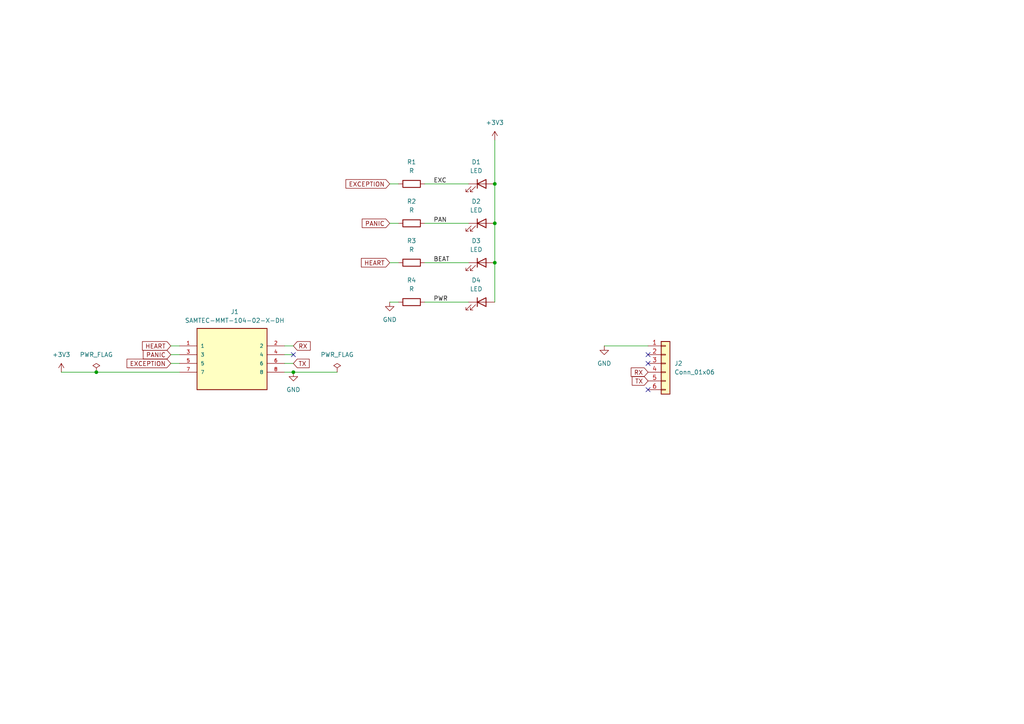
<source format=kicad_sch>
(kicad_sch (version 20250114) (generator "eeschema") (generator_version "9.0")
  (paper "A4")
  (lib_symbols
    (symbol "Connector_Generic:Conn_01x06" (pin_names (offset 1.016) (hide yes))
      (property "Reference" "J" (at 0 7.62 0))
      (property "Value" "Conn_01x06" (at 0 -10.16 0))
      (symbol "Conn_01x06_1_1"
        (rectangle (start -1.27 6.35) (end 1.27 -8.89) (stroke (width 0.254)) (fill (type background)))
        (rectangle (start -1.27 5.207) (end 0 4.953) (stroke (width 0.1524)))
        (rectangle (start -1.27 2.667) (end 0 2.413) (stroke (width 0.1524)))
        (rectangle (start -1.27 0.127) (end 0 -0.127) (stroke (width 0.1524)))
        (rectangle (start -1.27 -2.413) (end 0 -2.667) (stroke (width 0.1524)))
        (rectangle (start -1.27 -4.953) (end 0 -5.207) (stroke (width 0.1524)))
        (rectangle (start -1.27 -7.493) (end 0 -7.747) (stroke (width 0.1524)))
        (pin passive line (at -5.08 5.08 0) (length 3.81) (name "Pin_1") (number "1"))
        (pin passive line (at -5.08 2.54 0) (length 3.81) (name "Pin_2") (number "2"))
        (pin passive line (at -5.08 0 0) (length 3.81) (name "Pin_3") (number "3"))
        (pin passive line (at -5.08 -2.54 0) (length 3.81) (name "Pin_4") (number "4"))
        (pin passive line (at -5.08 -5.08 0) (length 3.81) (name "Pin_5") (number "5"))
        (pin passive line (at -5.08 -7.62 0) (length 3.81) (name "Pin_6") (number "6"))
      )
    )
    (symbol "Device:LED" (pin_numbers (hide yes)) (pin_names (offset 1.016) (hide yes))
      (property "Reference" "D" (at 0 2.54 0))
      (property "Value" "LED" (at 0 -2.54 0))
      (symbol "LED_0_1"
        (polyline (pts (xy -3.048 -0.762) (xy -4.572 -2.286) (xy -3.81 -2.286) (xy -4.572 -2.286) (xy -4.572 -1.524)))
        (polyline (pts (xy -1.778 -0.762) (xy -3.302 -2.286) (xy -2.54 -2.286) (xy -3.302 -2.286) (xy -3.302 -1.524)))
        (polyline (pts (xy -1.27 0) (xy 1.27 0)))
        (polyline (pts (xy -1.27 -1.27) (xy -1.27 1.27)) (stroke (width 0.254)))
        (polyline (pts (xy 1.27 -1.27) (xy 1.27 1.27) (xy -1.27 0) (xy 1.27 -1.27)) (stroke (width 0.254)))
      )
      (symbol "LED_1_1"
        (pin passive line (at -3.81 0 0) (length 2.54) (name "K") (number "1"))
        (pin passive line (at 3.81 0 180) (length 2.54) (name "A") (number "2"))
      )
    )
    (symbol "Device:R" (pin_numbers (hide yes)) (pin_names (offset 0))
      (property "Reference" "R" (at 2.032 0 90))
      (property "Value" "R" (at 0 0 90))
      (symbol "R_0_1"
        (rectangle (start -1.016 -2.54) (end 1.016 2.54) (stroke (width 0.254)))
      )
      (symbol "R_1_1"
        (pin passive line (at 0 3.81 270) (length 1.27) (name "~") (number "1"))
        (pin passive line (at 0 -3.81 90) (length 1.27) (name "~") (number "2"))
      )
    )
    (symbol "custom:SAMTEC-MMT-104-02-X-DH" (pin_names (offset 1.016))
      (property "Reference" "J" (at 0 5.08 0))
      (property "Value" "SAMTEC-MMT-104-02-X-DH" (at 0 -17.78 0))
      (symbol "SAMTEC-MMT-104-02-X-DH_0_0"
        (rectangle (start 0 -12.7) (end 20.3 5.08) (stroke (width 0.254)) (fill (type background)))
        (pin passive line (at -5.08 0 0) (length 5.08) (name "1") (number "1"))
        (pin passive line (at -5.08 -2.54 0) (length 5.08) (name "3") (number "3"))
        (pin passive line (at -5.08 -5.08 0) (length 5.08) (name "5") (number "5"))
        (pin passive line (at -5.08 -7.62 0) (length 5.08) (name "7") (number "7"))
        (pin passive line (at 25.4 0 180) (length 5.08) (name "2") (number "2"))
        (pin passive line (at 25.4 -2.54 180) (length 5.08) (name "4") (number "4"))
        (pin passive line (at 25.4 -5.08 180) (length 5.08) (name "6") (number "6"))
        (pin passive line (at 25.4 -7.62 180) (length 5.08) (name "8") (number "8"))
      )
    )
    (symbol "power:+3V3" (power) (pin_numbers (hide yes)) (pin_names (offset 0) (hide yes))
      (property "Value" "+3V3" (at 0 3.556 0))
      (symbol "+3V3_0_1"
        (polyline (pts (xy -0.762 1.27) (xy 0 2.54)))
        (polyline (pts (xy 0 2.54) (xy 0.762 1.27)))
        (polyline (pts (xy 0 0) (xy 0 2.54)))
      )
      (symbol "+3V3_1_1"
        (pin power_in line (at 0 0 90) (length 0) (name "~") (number "1"))
      )
    )
    (symbol "power:GND" (power) (pin_numbers (hide yes)) (pin_names (offset 0) (hide yes))
      (property "Value" "GND" (at 0 -3.81 0))
      (symbol "GND_0_1"
        (polyline (pts (xy 0 0) (xy 0 -1.27) (xy 1.27 -1.27) (xy 0 -2.54) (xy -1.27 -1.27) (xy 0 -1.27)))
      )
      (symbol "GND_1_1"
        (pin power_in line (at 0 0 270) (length 0) (name "~") (number "1"))
      )
    )
    (symbol "power:PWR_FLAG" (power) (pin_numbers (hide yes)) (pin_names (offset 0) (hide yes))
      (property "Value" "PWR_FLAG" (at 0 3.81 0))
      (symbol "PWR_FLAG_0_0"
        (pin power_out line (at 0 0 90) (length 0) (name "~") (number "1"))
      )
      (symbol "PWR_FLAG_0_1"
        (polyline (pts (xy 0 0) (xy 0 1.27) (xy -1.016 1.905) (xy 0 2.54) (xy 1.016 1.905) (xy 0 1.27)))
      )
    )
  )
  (junction (at 143.51 53.34))
  (junction (at 85.09 107.95))
  (junction (at 143.51 76.2))
  (junction (at 143.51 64.77))
  (junction (at 27.94 107.95))
  (no_connect (at 187.96 102.87))
  (no_connect (at 85.09 102.87))
  (no_connect (at 187.96 105.41))
  (no_connect (at 187.96 113.03))
  (wire (pts (xy 82.55 107.95) (xy 85.09 107.95)))
  (wire (pts (xy 143.51 76.2) (xy 143.51 87.63)))
  (wire (pts (xy 143.51 40.64) (xy 143.51 53.34)))
  (wire (pts (xy 82.55 100.33) (xy 85.09 100.33)))
  (wire (pts (xy 113.03 76.2) (xy 115.57 76.2)))
  (wire (pts (xy 123.19 64.77) (xy 135.89 64.77)))
  (wire (pts (xy 113.03 53.34) (xy 115.57 53.34)))
  (wire (pts (xy 123.19 76.2) (xy 135.89 76.2)))
  (wire (pts (xy 49.53 102.87) (xy 52.07 102.87)))
  (wire (pts (xy 143.51 53.34) (xy 143.51 64.77)))
  (wire (pts (xy 113.03 87.63) (xy 115.57 87.63)))
  (wire (pts (xy 27.94 107.95) (xy 52.07 107.95)))
  (wire (pts (xy 143.51 64.77) (xy 143.51 76.2)))
  (wire (pts (xy 123.19 53.34) (xy 135.89 53.34)))
  (wire (pts (xy 85.09 107.95) (xy 97.79 107.95)))
  (wire (pts (xy 113.03 64.77) (xy 115.57 64.77)))
  (wire (pts (xy 123.19 87.63) (xy 135.89 87.63)))
  (wire (pts (xy 82.55 105.41) (xy 85.09 105.41)))
  (wire (pts (xy 49.53 105.41) (xy 52.07 105.41)))
  (wire (pts (xy 82.55 102.87) (xy 85.09 102.87)))
  (wire (pts (xy 49.53 100.33) (xy 52.07 100.33)))
  (wire (pts (xy 17.78 107.95) (xy 27.94 107.95)))
  (wire (pts (xy 175.26 100.33) (xy 187.96 100.33)))
  (label "PAN" (at 125.73 64.77 0))
  (label "EXC" (at 125.73 53.34 0))
  (label "PWR" (at 125.73 87.63 0))
  (label "BEAT" (at 125.73 76.2 0))
  (global_label "TX" (shape input) (at 187.96 110.49 180) (property "Intersheetrefs" "${INTERSHEET_REFS}" (effects (hide yes))))
  (global_label "PANIC" (shape input) (at 49.53 102.87 180) (property "Intersheetrefs" "${INTERSHEET_REFS}" (effects (hide yes))))
  (global_label "RX" (shape input) (at 85.09 100.33 0) (property "Intersheetrefs" "${INTERSHEET_REFS}" (effects (hide yes))))
  (global_label "RX" (shape input) (at 187.96 107.95 180) (property "Intersheetrefs" "${INTERSHEET_REFS}" (effects (hide yes))))
  (global_label "EXCEPTION" (shape input) (at 49.53 105.41 180) (property "Intersheetrefs" "${INTERSHEET_REFS}" (effects (hide yes))))
  (global_label "HEART" (shape input) (at 49.53 100.33 180) (property "Intersheetrefs" "${INTERSHEET_REFS}" (effects (hide yes))))
  (global_label "PANIC" (shape input) (at 113.03 64.77 180) (property "Intersheetrefs" "${INTERSHEET_REFS}" (effects (hide yes))))
  (global_label "TX" (shape input) (at 85.09 105.41 0) (property "Intersheetrefs" "${INTERSHEET_REFS}" (effects (hide yes))))
  (global_label "HEART" (shape input) (at 113.03 76.2 180) (property "Intersheetrefs" "${INTERSHEET_REFS}" (effects (hide yes))))
  (global_label "EXCEPTION" (shape input) (at 113.03 53.34 180) (property "Intersheetrefs" "${INTERSHEET_REFS}" (effects (hide yes))))
  (symbol (lib_id "power:GND") (at 113.03 87.63 0) (unit 1)
    (property "Reference" "#PWR03" (effects (hide yes)))
    (property "Value" "GND" (at 113.03 92.71 0))
    (property "Description" "Power symbol creates a global label with name \"GND\" , ground" (effects (hide yes)))
  )
  (symbol (lib_id "Device:LED") (at 139.7 87.63 0) (unit 1)
    (property "Reference" "D4" (at 138.1125 81.28 0))
    (property "Value" "LED" (at 138.1125 83.82 0))
    (property "Footprint" "LED_SMD:LED_1206_3216Metric_Pad1.42x1.75mm_HandSolder" (effects (hide yes)))
    (property "Description" "Light emitting diode" (effects (hide yes)))
    (property "Sim.Pins" "1=K 2=A" (effects (hide yes)))
  )
  (symbol (lib_id "Device:R") (at 119.38 53.34 90) (unit 1)
    (property "Reference" "R1" (at 119.38 46.99 90))
    (property "Value" "R" (at 119.38 49.53 90))
    (property "Footprint" "Resistor_SMD:R_1206_3216Metric_Pad1.30x1.75mm_HandSolder" (effects (hide yes)))
    (property "Description" "Resistor" (effects (hide yes)))
  )
  (symbol (lib_id "Device:LED") (at 139.7 76.2 0) (unit 1)
    (property "Reference" "D3" (at 138.1125 69.85 0))
    (property "Value" "LED" (at 138.1125 72.39 0))
    (property "Footprint" "LED_SMD:LED_1206_3216Metric_Pad1.42x1.75mm_HandSolder" (effects (hide yes)))
    (property "Description" "Light emitting diode" (effects (hide yes)))
    (property "Sim.Pins" "1=K 2=A" (effects (hide yes)))
  )
  (symbol (lib_id "power:GND") (at 85.09 107.95 0) (mirror y) (unit 1)
    (property "Reference" "#PWR09" (effects (hide yes)))
    (property "Value" "GND" (at 85.09 113.03 0))
    (property "Description" "Power symbol creates a global label with name \"GND\" , ground" (effects (hide yes)))
  )
  (symbol (lib_id "power:PWR_FLAG") (at 97.79 107.95 0) (unit 1)
    (property "Reference" "#FLG02" (effects (hide yes)))
    (property "Value" "PWR_FLAG" (at 97.79 102.87 0))
    (property "Description" "Special symbol for telling ERC where power comes from" (effects (hide yes)))
  )
  (symbol (lib_id "power:+3V3") (at 143.51 40.64 0) (unit 1)
    (property "Reference" "#PWR02" (effects (hide yes)))
    (property "Value" "+3V3" (at 143.51 35.56 0))
    (property "Description" "Power symbol creates a global label with name \"+3V3\"" (effects (hide yes)))
  )
  (symbol (lib_id "Device:R") (at 119.38 87.63 90) (unit 1)
    (property "Reference" "R4" (at 119.38 81.28 90))
    (property "Value" "R" (at 119.38 83.82 90))
    (property "Footprint" "Resistor_SMD:R_1206_3216Metric_Pad1.30x1.75mm_HandSolder" (effects (hide yes)))
    (property "Description" "Resistor" (effects (hide yes)))
  )
  (symbol (lib_id "Device:R") (at 119.38 64.77 90) (unit 1)
    (property "Reference" "R2" (at 119.38 58.42 90))
    (property "Value" "R" (at 119.38 60.96 90))
    (property "Footprint" "Resistor_SMD:R_1206_3216Metric_Pad1.30x1.75mm_HandSolder" (effects (hide yes)))
    (property "Description" "Resistor" (effects (hide yes)))
  )
  (symbol (lib_id "power:PWR_FLAG") (at 27.94 107.95 0) (unit 1)
    (property "Reference" "#FLG01" (effects (hide yes)))
    (property "Value" "PWR_FLAG" (at 27.94 102.87 0))
    (property "Description" "Special symbol for telling ERC where power comes from" (effects (hide yes)))
  )
  (symbol (lib_id "Device:R") (at 119.38 76.2 90) (unit 1)
    (property "Reference" "R3" (at 119.38 69.85 90))
    (property "Value" "R" (at 119.38 72.39 90))
    (property "Footprint" "Resistor_SMD:R_1206_3216Metric_Pad1.30x1.75mm_HandSolder" (effects (hide yes)))
    (property "Description" "Resistor" (effects (hide yes)))
  )
  (symbol (lib_id "Connector_Generic:Conn_01x06") (at 193.04 105.41 0) (unit 1)
    (property "Reference" "J2" (at 195.58 105.4099 0) (effects (justify left)))
    (property "Value" "Conn_01x06" (at 195.58 107.9499 0) (effects (justify left)))
    (property "Footprint" "Connector_PinSocket_2.54mm:PinSocket_1x06_P2.54mm_Horizontal" (effects (hide yes)))
    (property "Description" "Generic connector, single row, 01x06, script generated (kicad-library-utils/schlib/autogen/connector/)" (effects (hide yes)))
  )
  (symbol (lib_id "Device:LED") (at 139.7 53.34 0) (unit 1)
    (property "Reference" "D1" (at 138.1125 46.99 0))
    (property "Value" "LED" (at 138.1125 49.53 0))
    (property "Footprint" "LED_SMD:LED_1206_3216Metric_Pad1.42x1.75mm_HandSolder" (effects (hide yes)))
    (property "Description" "Light emitting diode" (effects (hide yes)))
    (property "Sim.Pins" "1=K 2=A" (effects (hide yes)))
  )
  (symbol (lib_id "power:GND") (at 175.26 100.33 0) (mirror y) (unit 1)
    (property "Reference" "#PWR011" (effects (hide yes)))
    (property "Value" "GND" (at 175.26 105.41 0))
    (property "Description" "Power symbol creates a global label with name \"GND\" , ground" (effects (hide yes)))
  )
  (symbol (lib_id "custom:SAMTEC-MMT-104-02-X-DH") (at 57.15 100.33 0) (unit 1)
    (property "Reference" "J1" (at 68.072 90.424 0))
    (property "Value" "SAMTEC-MMT-104-02-X-DH" (at 68.072 92.964 0))
    (property "Footprint" "custom:SAMTEC-MMT-104-02-X-DH" (effects (hide yes)))
  )
  (symbol (lib_id "Device:LED") (at 139.7 64.77 0) (unit 1)
    (property "Reference" "D2" (at 138.1125 58.42 0))
    (property "Value" "LED" (at 138.1125 60.96 0))
    (property "Footprint" "LED_SMD:LED_1206_3216Metric_Pad1.42x1.75mm_HandSolder" (effects (hide yes)))
    (property "Description" "Light emitting diode" (effects (hide yes)))
    (property "Sim.Pins" "1=K 2=A" (effects (hide yes)))
  )
  (symbol (lib_id "power:+3V3") (at 17.78 107.95 0) (mirror y) (unit 1)
    (property "Reference" "#PWR010" (effects (hide yes)))
    (property "Value" "+3V3" (at 17.78 102.87 0))
    (property "Description" "Power symbol creates a global label with name \"+3V3\"" (effects (hide yes)))
  )
)
</source>
